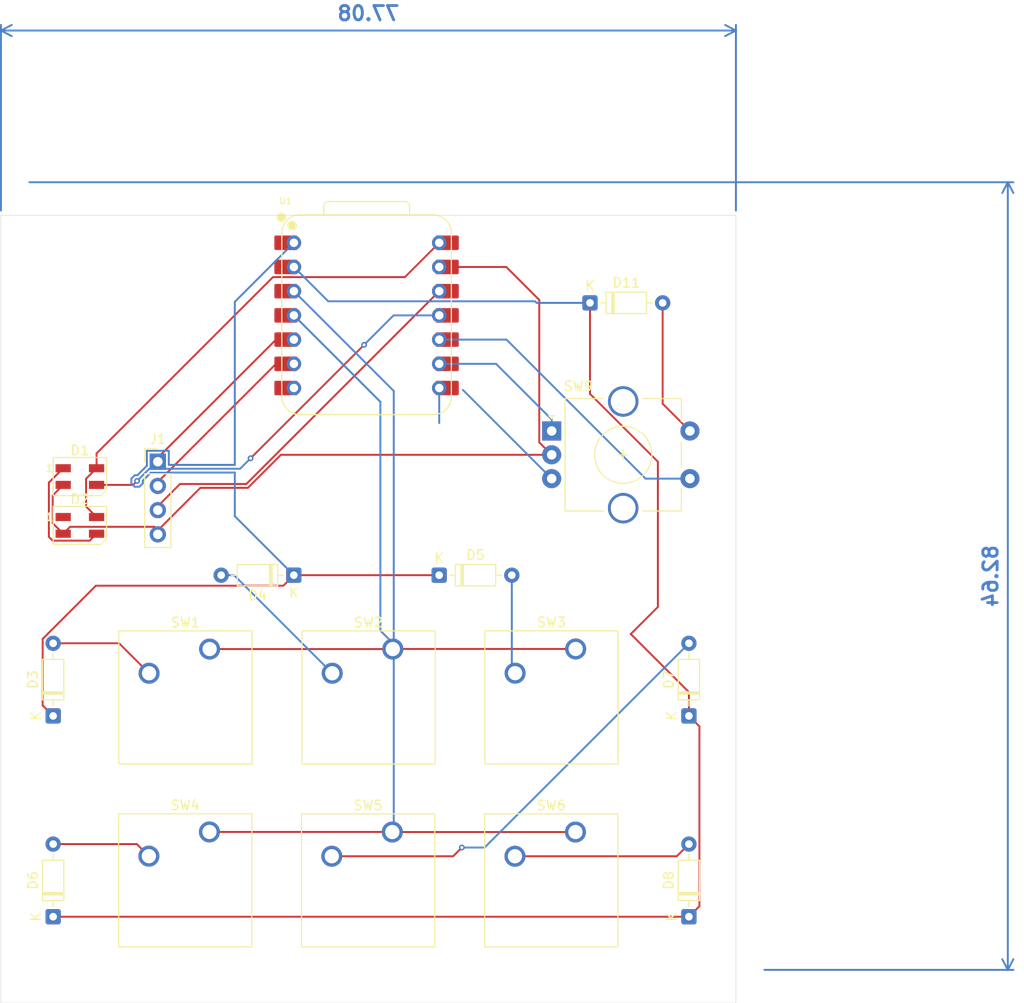
<source format=kicad_pcb>
(kicad_pcb (version 20241229) (generator "pcbnew") (generator_version "9.0")
  (layers (0 "F.Cu" signal) (2 "B.Cu" signal) (13 "F.Paste" user) (15 "B.Paste" user) (5 "F.SilkS" user "F.Silkscreen") (7 "B.SilkS" user "B.Silkscreen") (1 "F.Mask" user) (3 "B.Mask" user) (25 "Edge.Cuts" user))
  (net 0 "")
  (net 1 "Net-(D1-DIN)")
  (net 2 "Net-(D1-DOUT)")
  (net 3 "Net-(D1-VDD)")
  (net 4 "GND")
  (net 6 "Net-(D3-A)")
  (net 7 "Net-(D3-K)")
  (net 8 "Net-(D4-A)")
  (net 9 "Net-(D5-A)")
  (net 10 "Net-(D6-A)")
  (net 11 "Net-(D7-A)")
  (net 12 "Net-(D8-A)")
  (net 13 "Net-(D11-A)")
  (net 14 "Net-(J1-Pin_3)")
  (net 15 "Net-(J1-Pin_1)")
  (net 16 "Net-(J1-Pin_2)")
  (net 17 "Net-(U1-GPIO28{slash}ADC2{slash}A2)")
  (net 18 "Net-(U1-GPIO29{slash}ADC3{slash}A3)")
  (net 19 "Net-(U1-GPIO4{slash}MISO)")
  (net 20 "Net-(U1-GPIO1{slash}RX)")
  (net 21 "Net-(U1-GPIO2{slash}SCK)")
  (net 24 "Net-(D11-K)")
  (footprint "Diode_THT:D_DO-35_SOD27_P7.62mm_Horizontal" (layer "F.Cu") (at 116.68125 112.395 90)
    (property "Reference" "D3" (at 3.81 -2.12 90) (layer "F.SilkS"))
    (property "Value" "D")
    (fp_line (start 2.53 -1.12) (end 2.53 1.12) (stroke (width 0.12)) (layer "F.SilkS"))
    (fp_line (start 2.41 -1.12) (end 2.41 1.12) (stroke (width 0.12)) (layer "F.SilkS"))
    (fp_line (start 2.29 -1.12) (end 2.29 1.12) (stroke (width 0.12)) (layer "F.SilkS"))
    (fp_line (start 6.58 0) (end 5.93 0) (stroke (width 0.12)) (layer "F.SilkS"))
    (fp_line (start 1.04 0) (end 1.69 0) (stroke (width 0.12)) (layer "F.SilkS"))
    (fp_rect (start 1.69 -1.12) (end 5.93 1.12) (stroke (width 0.12)) (fill no) (layer "F.SilkS"))
    (fp_text user "K" (at 0 -1.8 90) (layer "F.SilkS"))
    (pad "1" thru_hole roundrect (at 0 0 90) (size 1.6 1.6) (drill 0.8) (layers "*.Cu" "*.Mask") (roundrect_rratio 0.15625) (net 7 "Net-(D3-K)"))
    (pad "2" thru_hole circle (at 7.62 0 90) (size 1.6 1.6) (drill 0.8) (layers "*.Cu" "*.Mask") (net 6 "Net-(D3-A)"))
  )
  (footprint "Diode_THT:D_DO-35_SOD27_P7.62mm_Horizontal" (layer "F.Cu") (at 116.68125 133.465 90)
    (property "Reference" "D6" (at 3.81 -2.12 90) (layer "F.SilkS"))
    (property "Value" "D")
    (fp_line (start 2.53 -1.12) (end 2.53 1.12) (stroke (width 0.12)) (layer "F.SilkS"))
    (fp_line (start 2.41 -1.12) (end 2.41 1.12) (stroke (width 0.12)) (layer "F.SilkS"))
    (fp_line (start 2.29 -1.12) (end 2.29 1.12) (stroke (width 0.12)) (layer "F.SilkS"))
    (fp_line (start 6.58 0) (end 5.93 0) (stroke (width 0.12)) (layer "F.SilkS"))
    (fp_line (start 1.04 0) (end 1.69 0) (stroke (width 0.12)) (layer "F.SilkS"))
    (fp_rect (start 1.69 -1.12) (end 5.93 1.12) (stroke (width 0.12)) (fill no) (layer "F.SilkS"))
    (fp_text user "K" (at 0 -1.8 90) (layer "F.SilkS"))
    (pad "1" thru_hole roundrect (at 0 0 90) (size 1.6 1.6) (drill 0.8) (layers "*.Cu" "*.Mask") (roundrect_rratio 0.15625) (net 24 "Net-(D11-K)"))
    (pad "2" thru_hole circle (at 7.62 0 90) (size 1.6 1.6) (drill 0.8) (layers "*.Cu" "*.Mask") (net 10 "Net-(D6-A)"))
  )
  (footprint "Diode_THT:D_DO-35_SOD27_P7.62mm_Horizontal" (layer "F.Cu") (at 141.9225 97.63125 180)
    (property "Reference" "D4" (at 3.81 -2.12 0) (layer "F.SilkS"))
    (property "Value" "D")
    (fp_line (start 6.58 0) (end 5.93 0) (stroke (width 0.12)) (layer "F.SilkS"))
    (fp_line (start 2.53 -1.12) (end 2.53 1.12) (stroke (width 0.12)) (layer "F.SilkS"))
    (fp_line (start 2.41 -1.12) (end 2.41 1.12) (stroke (width 0.12)) (layer "F.SilkS"))
    (fp_line (start 2.29 -1.12) (end 2.29 1.12) (stroke (width 0.12)) (layer "F.SilkS"))
    (fp_line (start 1.04 0) (end 1.69 0) (stroke (width 0.12)) (layer "F.SilkS"))
    (fp_rect (start 1.69 -1.12) (end 5.93 1.12) (stroke (width 0.12)) (fill no) (layer "F.SilkS"))
    (fp_text user "K" (at 0 -1.8 0) (layer "F.SilkS"))
    (pad "1" thru_hole roundrect (at 0 0 180) (size 1.6 1.6) (drill 0.8) (layers "*.Cu" "*.Mask") (roundrect_rratio 0.15625) (net 7 "Net-(D3-K)"))
    (pad "2" thru_hole circle (at 7.62 0 180) (size 1.6 1.6) (drill 0.8) (layers "*.Cu" "*.Mask") (net 8 "Net-(D4-A)"))
  )
  (footprint "Button_Switch_Keyboard:SW_Cherry_MX_1.00u_PCB" (layer "F.Cu") (at 133.09125 105.38)
    (property "Reference" "SW1" (at -2.54 -2.794 0) (layer "F.SilkS"))
    (property "Value" "Keyswitch")
    (fp_line (start -9.525 -1.905) (end 4.445 -1.905) (stroke (width 0.12)) (layer "F.SilkS"))
    (fp_line (start -9.525 12.065) (end -9.525 -1.905) (stroke (width 0.12)) (layer "F.SilkS"))
    (fp_line (start 4.445 -1.905) (end 4.445 12.065) (stroke (width 0.12)) (layer "F.SilkS"))
    (fp_line (start 4.445 12.065) (end -9.525 12.065) (stroke (width 0.12)) (layer "F.SilkS"))
    (pad "" np_thru_hole circle (at -7.62 5.08) (size 1.7 1.7) (drill 1.7) (layers "*.Cu" "*.Mask"))
    (pad "" np_thru_hole circle (at -2.54 5.08) (size 4 4) (drill 4) (layers "*.Cu" "*.Mask"))
    (pad "" np_thru_hole circle (at 2.54 5.08) (size 1.7 1.7) (drill 1.7) (layers "*.Cu" "*.Mask"))
    (pad "1" thru_hole circle (at 0 0) (size 2.2 2.2) (drill 1.5) (layers "*.Cu" "*.Mask") (net 17 "Net-(U1-GPIO28{slash}ADC2{slash}A2)"))
    (pad "2" thru_hole circle (at -6.35 2.54) (size 2.2 2.2) (drill 1.5) (layers "*.Cu" "*.Mask") (net 6 "Net-(D3-A)"))
  )
  (footprint "Button_Switch_Keyboard:SW_Cherry_MX_1.00u_PCB" (layer "F.Cu") (at 133.07 124.57)
    (property "Reference" "SW4" (at -2.54 -2.794 0) (layer "F.SilkS"))
    (property "Value" "Keyswitch")
    (fp_line (start -9.525 -1.905) (end 4.445 -1.905) (stroke (width 0.12)) (layer "F.SilkS"))
    (fp_line (start -9.525 12.065) (end -9.525 -1.905) (stroke (width 0.12)) (layer "F.SilkS"))
    (fp_line (start 4.445 -1.905) (end 4.445 12.065) (stroke (width 0.12)) (layer "F.SilkS"))
    (fp_line (start 4.445 12.065) (end -9.525 12.065) (stroke (width 0.12)) (layer "F.SilkS"))
    (pad "" np_thru_hole circle (at -7.62 5.08) (size 1.7 1.7) (drill 1.7) (layers "*.Cu" "*.Mask"))
    (pad "" np_thru_hole circle (at -2.54 5.08) (size 4 4) (drill 4) (layers "*.Cu" "*.Mask"))
    (pad "" np_thru_hole circle (at 2.54 5.08) (size 1.7 1.7) (drill 1.7) (layers "*.Cu" "*.Mask"))
    (pad "1" thru_hole circle (at 0 0) (size 2.2 2.2) (drill 1.5) (layers "*.Cu" "*.Mask") (net 18 "Net-(U1-GPIO29{slash}ADC3{slash}A3)"))
    (pad "2" thru_hole circle (at -6.35 2.54) (size 2.2 2.2) (drill 1.5) (layers "*.Cu" "*.Mask") (net 10 "Net-(D6-A)"))
  )
  (footprint "Diode_THT:D_DO-35_SOD27_P7.62mm_Horizontal" (layer "F.Cu") (at 172.98125 69.05625)
    (property "Reference" "D11" (at 3.81 -2.12 0) (layer "F.SilkS"))
    (property "Value" "D")
    (fp_line (start 1.04 0) (end 1.69 0) (stroke (width 0.12)) (layer "F.SilkS"))
    (fp_line (start 2.29 -1.12) (end 2.29 1.12) (stroke (width 0.12)) (layer "F.SilkS"))
    (fp_line (start 2.41 -1.12) (end 2.41 1.12) (stroke (width 0.12)) (layer "F.SilkS"))
    (fp_line (start 2.53 -1.12) (end 2.53 1.12) (stroke (width 0.12)) (layer "F.SilkS"))
    (fp_line (start 6.58 0) (end 5.93 0) (stroke (width 0.12)) (layer "F.SilkS"))
    (fp_rect (start 1.69 -1.12) (end 5.93 1.12) (stroke (width 0.12)) (fill no) (layer "F.SilkS"))
    (fp_text user "K" (at 0 -1.8 0) (layer "F.SilkS"))
    (pad "1" thru_hole roundrect (at 0 0) (size 1.6 1.6) (drill 0.8) (layers "*.Cu" "*.Mask") (roundrect_rratio 0.15625) (net 24 "Net-(D11-K)"))
    (pad "2" thru_hole circle (at 7.62 0) (size 1.6 1.6) (drill 0.8) (layers "*.Cu" "*.Mask") (net 13 "Net-(D11-A)"))
  )
  (footprint "Diode_THT:D_DO-35_SOD27_P7.62mm_Horizontal" (layer "F.Cu") (at 157.1625 97.63125)
    (property "Reference" "D5" (at 3.81 -2.12 0) (layer "F.SilkS"))
    (property "Value" "D")
    (fp_line (start 1.04 0) (end 1.69 0) (stroke (width 0.12)) (layer "F.SilkS"))
    (fp_line (start 2.29 -1.12) (end 2.29 1.12) (stroke (width 0.12)) (layer "F.SilkS"))
    (fp_line (start 2.41 -1.12) (end 2.41 1.12) (stroke (width 0.12)) (layer "F.SilkS"))
    (fp_line (start 2.53 -1.12) (end 2.53 1.12) (stroke (width 0.12)) (layer "F.SilkS"))
    (fp_line (start 6.58 0) (end 5.93 0) (stroke (width 0.12)) (layer "F.SilkS"))
    (fp_rect (start 1.69 -1.12) (end 5.93 1.12) (stroke (width 0.12)) (fill no) (layer "F.SilkS"))
    (fp_text user "K" (at 0 -1.8 0) (layer "F.SilkS"))
    (pad "1" thru_hole roundrect (at 0 0) (size 1.6 1.6) (drill 0.8) (layers "*.Cu" "*.Mask") (roundrect_rratio 0.15625) (net 7 "Net-(D3-K)"))
    (pad "2" thru_hole circle (at 7.62 0) (size 1.6 1.6) (drill 0.8) (layers "*.Cu" "*.Mask") (net 9 "Net-(D5-A)"))
  )
  (footprint "OPLLib:XIAO-RP2040-DIP" (layer "F.Cu") (at 149.55 70.37)
    (property "Reference" "U1" (at -8.5 -12 0) (layer "F.SilkS") (effects (font (size 0.635 0.635) (thickness 0.1016))))
    (property "Value" "Microcontroller")
    (fp_line (start -8.89 8.509) (end -8.89 -8.636) (stroke (width 0.127)) (layer "F.SilkS"))
    (fp_line (start -6.985 10.414) (end 6.985 10.414) (stroke (width 0.127)) (layer "F.SilkS"))
    (fp_line (start -4.495 -10.541) (end -4.491272 -11.451272) (stroke (width 0.127)) (layer "F.SilkS"))
    (fp_line (start -3.991272 -11.951) (end 4.004 -11.951) (stroke (width 0.127)) (layer "F.SilkS"))
    (fp_line (start 4.504 -11.451) (end 4.504 -10.541) (stroke (width 0.127)) (layer "F.SilkS"))
    (fp_line (start 6.985 -10.541) (end -6.985 -10.541) (stroke (width 0.1)) (layer "F.SilkS"))
    (fp_line (start 6.985 -10.541) (end -6.985 -10.541) (stroke (width 0.127)) (layer "F.SilkS"))
    (fp_line (start 8.89 8.509) (end 8.89 -8.636) (stroke (width 0.127)) (layer "F.SilkS"))
    (fp_arc (start -8.89 -8.636) (mid -8.332038 -9.983038) (end -6.985 -10.541) (stroke (width 0.127)) (layer "F.SilkS"))
    (fp_arc (start -6.985 10.414) (mid -8.332038 9.856038) (end -8.89 8.509) (stroke (width 0.127)) (layer "F.SilkS"))
    (fp_arc (start -4.491272 -11.451272) (mid -4.344728 -11.80464) (end -3.991272 -11.951) (stroke (width 0.127)) (layer "F.SilkS"))
    (fp_arc (start 4.004 -11.951) (mid 4.357553 -11.804553) (end 4.504 -11.451) (stroke (width 0.127)) (layer "F.SilkS"))
    (fp_arc (start 6.985 -10.541) (mid 8.332038 -9.983038) (end 8.89 -8.636) (stroke (width 0.127)) (layer "F.SilkS"))
    (fp_arc (start 8.89 8.509) (mid 8.332038 9.856038) (end 6.985 10.414) (stroke (width 0.127)) (layer "F.SilkS"))
    (fp_circle (center -8.95 -10.3) (end -8.95 -10.554) (stroke (width 0.5)) (fill yes) (layer "F.SilkS"))
    (fp_circle (center -7.807 -9.42) (end -7.807 -9.674) (stroke (width 0.5)) (fill yes) (layer "F.SilkS"))
    (pad "1" smd roundrect (at -8.455 -7.62 180) (size 2.432 1.524) (layers "F.Cu" "F.Mask") (roundrect_rratio 0.1) (net 7 "Net-(D3-K)"))
    (pad "1" thru_hole circle (at -7.62 -7.62 180) (size 1.524 1.524) (drill 0.889) (layers "*.Cu" "*.Mask") (net 7 "Net-(D3-K)"))
    (pad "2" smd roundrect (at -8.455 -5.08 180) (size 2.432 1.524) (layers "F.Cu" "F.Mask") (roundrect_rratio 0.1) (net 24 "Net-(D11-K)"))
    (pad "2" thru_hole circle (at -7.62 -5.08 180) (size 1.524 1.524) (drill 0.889) (layers "*.Cu" "*.Mask") (net 24 "Net-(D11-K)"))
    (pad "3" smd roundrect (at -8.455 -2.54 180) (size 2.432 1.524) (layers "F.Cu" "F.Mask") (roundrect_rratio 0.1) (net 17 "Net-(U1-GPIO28{slash}ADC2{slash}A2)"))
    (pad "3" thru_hole circle (at -7.62 -2.54 180) (size 1.524 1.524) (drill 0.889) (layers "*.Cu" "*.Mask") (net 17 "Net-(U1-GPIO28{slash}ADC2{slash}A2)"))
    (pad "4" smd roundrect (at -8.455 0 180) (size 2.432 1.524) (layers "F.Cu" "F.Mask") (roundrect_rratio 0.1) (net 18 "Net-(U1-GPIO29{slash}ADC3{slash}A3)"))
    (pad "4" thru_hole circle (at -7.62 0 180) (size 1.524 1.524) (drill 0.889) (layers "*.Cu" "*.Mask") (net 18 "Net-(U1-GPIO29{slash}ADC3{slash}A3)"))
    (pad "5" smd roundrect (at -8.455 2.54 180) (size 2.432 1.524) (layers "F.Cu" "F.Mask") (roundrect_rratio 0.1) (net 15 "Net-(J1-Pin_1)"))
    (pad "5" thru_hole circle (at -7.62 2.54 180) (size 1.524 1.524) (drill 0.889) (layers "*.Cu" "*.Mask") (net 15 "Net-(J1-Pin_1)"))
    (pad "6" smd roundrect (at -8.455 5.08 180) (size 2.432 1.524) (layers "F.Cu" "F.Mask") (roundrect_rratio 0.1) (net 16 "Net-(J1-Pin_2)"))
    (pad "6" thru_hole circle (at -7.62 5.08 180) (size 1.524 1.524) (drill 0.889) (layers "*.Cu" "*.Mask") (net 16 "Net-(J1-Pin_2)"))
    (pad "7" smd roundrect (at -8.455 7.62 180) (size 2.432 1.524) (layers "F.Cu" "F.Mask") (roundrect_rratio 0.1))
    (pad "7" thru_hole circle (at -7.62 7.62 180) (size 1.524 1.524) (drill 0.889) (layers "*.Cu" "*.Mask"))
    (pad "8" thru_hole circle (at 7.62 7.62) (size 1.524 1.524) (drill 0.889) (layers "*.Cu" "*.Mask") (net 20 "Net-(U1-GPIO1{slash}RX)"))
    (pad "8" smd roundrect (at 8.455 7.62) (size 2.432 1.524) (layers "F.Cu" "F.Mask") (roundrect_rratio 0.1) (net 20 "Net-(U1-GPIO1{slash}RX)"))
    (pad "9" thru_hole circle (at 7.62 5.08) (size 1.524 1.524) (drill 0.889) (layers "*.Cu" "*.Mask") (net 21 "Net-(U1-GPIO2{slash}SCK)"))
    (pad "9" smd roundrect (at 8.455 5.08) (size 2.432 1.524) (layers "F.Cu" "F.Mask") (roundrect_rratio 0.1) (net 21 "Net-(U1-GPIO2{slash}SCK)"))
    (pad "10" thru_hole circle (at 7.62 2.54) (size 1.524 1.524) (drill 0.889) (layers "*.Cu" "*.Mask") (net 19 "Net-(U1-GPIO4{slash}MISO)"))
    (pad "10" smd roundrect (at 8.455 2.54) (size 2.432 1.524) (layers "F.Cu" "F.Mask") (roundrect_rratio 0.1) (net 19 "Net-(U1-GPIO4{slash}MISO)"))
    (pad "11" thru_hole circle (at 7.62 0) (size 1.524 1.524) (drill 0.889) (layers "*.Cu" "*.Mask") (net 1 "Net-(D1-DIN)"))
    (pad "11" smd roundrect (at 8.455 0) (size 2.432 1.524) (layers "F.Cu" "F.Mask") (roundrect_rratio 0.1) (net 1 "Net-(D1-DIN)"))
    (pad "12" thru_hole circle (at 7.62 -2.54) (size 1.524 1.524) (drill 0.889) (layers "*.Cu" "*.Mask") (net 14 "Net-(J1-Pin_3)"))
    (pad "12" smd roundrect (at 8.455 -2.54) (size 2.432 1.524) (layers "F.Cu" "F.Mask") (roundrect_rratio 0.1) (net 14 "Net-(J1-Pin_3)"))
    (pad "13" thru_hole circle (at 7.62 -5.08) (size 1.524 1.524) (drill 0.889) (layers "*.Cu" "*.Mask") (net 4 "GND"))
    (pad "13" smd roundrect (at 8.455 -5.08) (size 2.432 1.524) (layers "F.Cu" "F.Mask") (roundrect_rratio 0.1) (net 4 "GND"))
    (pad "14" thru_hole circle (at 7.62 -7.62) (size 1.524 1.524) (drill 0.889) (layers "*.Cu" "*.Mask") (net 3 "Net-(D1-VDD)"))
    (pad "14" smd roundrect (at 8.455 -7.62) (size 2.432 1.524) (layers "F.Cu" "F.Mask") (roundrect_rratio 0.1) (net 3 "Net-(D1-VDD)"))
  )
  (footprint "Button_Switch_Keyboard:SW_Cherry_MX_1.00u_PCB" (layer "F.Cu") (at 152.3 105.38)
    (property "Reference" "SW2" (at -2.54 -2.794 0) (layer "F.SilkS"))
    (property "Value" "Keyswitch")
    (fp_line (start -9.525 -1.905) (end 4.445 -1.905) (stroke (width 0.12)) (layer "F.SilkS"))
    (fp_line (start -9.525 12.065) (end -9.525 -1.905) (stroke (width 0.12)) (layer "F.SilkS"))
    (fp_line (start 4.445 -1.905) (end 4.445 12.065) (stroke (width 0.12)) (layer "F.SilkS"))
    (fp_line (start 4.445 12.065) (end -9.525 12.065) (stroke (width 0.12)) (layer "F.SilkS"))
    (pad "" np_thru_hole circle (at -7.62 5.08) (size 1.7 1.7) (drill 1.7) (layers "*.Cu" "*.Mask"))
    (pad "" np_thru_hole circle (at -2.54 5.08) (size 4 4) (drill 4) (layers "*.Cu" "*.Mask"))
    (pad "" np_thru_hole circle (at 2.54 5.08) (size 1.7 1.7) (drill 1.7) (layers "*.Cu" "*.Mask"))
    (pad "1" thru_hole circle (at 0 0) (size 2.2 2.2) (drill 1.5) (layers "*.Cu" "*.Mask") (net 17 "Net-(U1-GPIO28{slash}ADC2{slash}A2)"))
    (pad "2" thru_hole circle (at -6.35 2.54) (size 2.2 2.2) (drill 1.5) (layers "*.Cu" "*.Mask") (net 8 "Net-(D4-A)"))
  )
  (footprint "Button_Switch_Keyboard:SW_Cherry_MX_1.00u_PCB" (layer "F.Cu") (at 171.48 105.37)
    (property "Reference" "SW3" (at -2.54 -2.794 0) (layer "F.SilkS"))
    (property "Value" "Keyswitch")
    (fp_line (start -9.525 -1.905) (end 4.445 -1.905) (stroke (width 0.12)) (layer "F.SilkS"))
    (fp_line (start -9.525 12.065) (end -9.525 -1.905) (stroke (width 0.12)) (layer "F.SilkS"))
    (fp_line (start 4.445 -1.905) (end 4.445 12.065) (stroke (width 0.12)) (layer "F.SilkS"))
    (fp_line (start 4.445 12.065) (end -9.525 12.065) (stroke (width 0.12)) (layer "F.SilkS"))
    (pad "" np_thru_hole circle (at -7.62 5.08) (size 1.7 1.7) (drill 1.7) (layers "*.Cu" "*.Mask"))
    (pad "" np_thru_hole circle (at -2.54 5.08) (size 4 4) (drill 4) (layers "*.Cu" "*.Mask"))
    (pad "" np_thru_hole circle (at 2.54 5.08) (size 1.7 1.7) (drill 1.7) (layers "*.Cu" "*.Mask"))
    (pad "1" thru_hole circle (at 0 0) (size 2.2 2.2) (drill 1.5) (layers "*.Cu" "*.Mask") (net 17 "Net-(U1-GPIO28{slash}ADC2{slash}A2)"))
    (pad "2" thru_hole circle (at -6.35 2.54) (size 2.2 2.2) (drill 1.5) (layers "*.Cu" "*.Mask") (net 9 "Net-(D5-A)"))
  )
  (footprint "Diode_THT:D_DO-35_SOD27_P7.62mm_Horizontal" (layer "F.Cu") (at 183.35625 133.465 90)
    (property "Reference" "D8" (at 3.81 -2.12 90) (layer "F.SilkS"))
    (property "Value" "D")
    (fp_line (start 2.53 -1.12) (end 2.53 1.12) (stroke (width 0.12)) (layer "F.SilkS"))
    (fp_line (start 2.41 -1.12) (end 2.41 1.12) (stroke (width 0.12)) (layer "F.SilkS"))
    (fp_line (start 2.29 -1.12) (end 2.29 1.12) (stroke (width 0.12)) (layer "F.SilkS"))
    (fp_line (start 6.58 0) (end 5.93 0) (stroke (width 0.12)) (layer "F.SilkS"))
    (fp_line (start 1.04 0) (end 1.69 0) (stroke (width 0.12)) (layer "F.SilkS"))
    (fp_rect (start 1.69 -1.12) (end 5.93 1.12) (stroke (width 0.12)) (fill no) (layer "F.SilkS"))
    (fp_text user "K" (at 0 -1.8 90) (layer "F.SilkS"))
    (pad "1" thru_hole roundrect (at 0 0 90) (size 1.6 1.6) (drill 0.8) (layers "*.Cu" "*.Mask") (roundrect_rratio 0.15625) (net 24 "Net-(D11-K)"))
    (pad "2" thru_hole circle (at 7.62 0 90) (size 1.6 1.6) (drill 0.8) (layers "*.Cu" "*.Mask") (net 12 "Net-(D8-A)"))
  )
  (footprint "Rotary_Encoder:RotaryEncoder_Alps_EC11E-Switch_Vertical_H20mm_CircularMountingHoles" (layer "F.Cu") (at 168.9625 82.49808)
    (property "Reference" "SW9" (at 2.8 -4.7 0) (layer "F.SilkS"))
    (property "Value" "Knob")
    (fp_line (start -0.3 -1.6) (end 0.3 -1.6) (stroke (width 0.12)) (layer "F.SilkS"))
    (fp_line (start 0 -1.3) (end -0.3 -1.6) (stroke (width 0.12)) (layer "F.SilkS"))
    (fp_line (start 0.3 -1.6) (end 0 -1.3) (stroke (width 0.12)) (layer "F.SilkS"))
    (fp_line (start 1.4 -3.4) (end 1.4 8.4) (stroke (width 0.12)) (layer "F.SilkS"))
    (fp_line (start 5.5 -3.4) (end 1.4 -3.4) (stroke (width 0.12)) (layer "F.SilkS"))
    (fp_line (start 5.5 8.4) (end 1.4 8.4) (stroke (width 0.12)) (layer "F.SilkS"))
    (fp_line (start 7 2.5) (end 8 2.5) (stroke (width 0.12)) (layer "F.SilkS"))
    (fp_line (start 7.5 2) (end 7.5 3) (stroke (width 0.12)) (layer "F.SilkS"))
    (fp_line (start 9.5 -3.4) (end 13.6 -3.4) (stroke (width 0.12)) (layer "F.SilkS"))
    (fp_line (start 13.6 -3.4) (end 13.6 -1) (stroke (width 0.12)) (layer "F.SilkS"))
    (fp_line (start 13.6 1.2) (end 13.6 3.8) (stroke (width 0.12)) (layer "F.SilkS"))
    (fp_line (start 13.6 6) (end 13.6 8.4) (stroke (width 0.12)) (layer "F.SilkS"))
    (fp_line (start 13.6 8.4) (end 9.5 8.4) (stroke (width 0.12)) (layer "F.SilkS"))
    (fp_circle (center 7.5 2.5) (end 10.5 2.5) (stroke (width 0.12)) (fill no) (layer "F.SilkS"))
    (pad "A" thru_hole rect (at 0 0) (size 2 2) (drill 1) (layers "*.Cu" "*.Mask") (net 21 "Net-(U1-GPIO2{slash}SCK)"))
    (pad "B" thru_hole circle (at 0 5) (size 2 2) (drill 1) (layers "*.Cu" "*.Mask") (net 20 "Net-(U1-GPIO1{slash}RX)"))
    (pad "C" thru_hole circle (at 0 2.5) (size 2 2) (drill 1) (layers "*.Cu" "*.Mask") (net 4 "GND"))
    (pad "MP" thru_hole circle (at 7.5 -3.1) (size 3.2 3.2) (drill 2.6) (layers "*.Cu" "*.Mask"))
    (pad "MP" thru_hole circle (at 7.5 8.1) (size 3.2 3.2) (drill 2.6) (layers "*.Cu" "*.Mask"))
    (pad "S1" thru_hole circle (at 14.5 5) (size 2 2) (drill 1) (layers "*.Cu" "*.Mask") (net 19 "Net-(U1-GPIO4{slash}MISO)"))
    (pad "S2" thru_hole circle (at 14.5 0) (size 2 2) (drill 1) (layers "*.Cu" "*.Mask") (net 13 "Net-(D11-A)"))
  )
  (footprint "LED_SMD:LED_SK6812MINI_PLCC4_3.5x3.5mm_P1.75mm" (layer "F.Cu") (at 119.48375 92.4025)
    (property "Reference" "D2" (at 0 -2.75 0) (layer "F.SilkS"))
    (property "Value" "LED")
    (fp_line (start -2.8 -2) (end -2.8 2) (stroke (width 0.12)) (layer "F.SilkS"))
    (fp_line (start -2.8 -2) (end 2.8 -2) (stroke (width 0.12)) (layer "F.SilkS"))
    (fp_line (start -2.8 2) (end 2.2 2) (stroke (width 0.12)) (layer "F.SilkS"))
    (fp_line (start 2.8 1.4) (end 2.2 2) (stroke (width 0.12)) (layer "F.SilkS"))
    (fp_line (start 2.8 1.4) (end 2.8 -2) (stroke (width 0.12)) (layer "F.SilkS"))
    (fp_text user "1" (at -3.2 -0.875 0) (layer "F.SilkS") (effects (font (size 0.8 0.8))))
    (pad "1" smd rect (at -1.75 -0.875) (size 1.6 0.85) (layers "F.Cu" "F.Mask" "F.Paste"))
    (pad "2" smd rect (at -1.75 0.875) (size 1.6 0.85) (layers "F.Cu" "F.Mask" "F.Paste") (net 4 "GND"))
    (pad "3" smd rect (at 1.75 0.875) (size 1.6 0.85) (layers "F.Cu" "F.Mask" "F.Paste") (net 2 "Net-(D1-DOUT)"))
    (pad "4" smd rect (at 1.75 -0.875) (size 1.6 0.85) (layers "F.Cu" "F.Mask" "F.Paste") (net 3 "Net-(D1-VDD)"))
  )
  (footprint "Button_Switch_Keyboard:SW_Cherry_MX_1.00u_PCB" (layer "F.Cu") (at 171.46 124.58)
    (property "Reference" "SW6" (at -2.54 -2.794 0) (layer "F.SilkS"))
    (property "Value" "Keyswitch")
    (fp_line (start -9.525 -1.905) (end 4.445 -1.905) (stroke (width 0.12)) (layer "F.SilkS"))
    (fp_line (start -9.525 12.065) (end -9.525 -1.905) (stroke (width 0.12)) (layer "F.SilkS"))
    (fp_line (start 4.445 -1.905) (end 4.445 12.065) (stroke (width 0.12)) (layer "F.SilkS"))
    (fp_line (start 4.445 12.065) (end -9.525 12.065) (stroke (width 0.12)) (layer "F.SilkS"))
    (pad "" np_thru_hole circle (at -7.62 5.08) (size 1.7 1.7) (drill 1.7) (layers "*.Cu" "*.Mask"))
    (pad "" np_thru_hole circle (at -2.54 5.08) (size 4 4) (drill 4) (layers "*.Cu" "*.Mask"))
    (pad "" np_thru_hole circle (at 2.54 5.08) (size 1.7 1.7) (drill 1.7) (layers "*.Cu" "*.Mask"))
    (pad "1" thru_hole circle (at 0 0) (size 2.2 2.2) (drill 1.5) (layers "*.Cu" "*.Mask") (net 18 "Net-(U1-GPIO29{slash}ADC3{slash}A3)"))
    (pad "2" thru_hole circle (at -6.35 2.54) (size 2.2 2.2) (drill 1.5) (layers "*.Cu" "*.Mask") (net 12 "Net-(D8-A)"))
  )
  (footprint "Diode_THT:D_DO-35_SOD27_P7.62mm_Horizontal" (layer "F.Cu") (at 183.35625 112.395 90)
    (property "Reference" "D7" (at 3.81 -2.12 90) (layer "F.SilkS"))
    (property "Value" "D")
    (fp_line (start 2.53 -1.12) (end 2.53 1.12) (stroke (width 0.12)) (layer "F.SilkS"))
    (fp_line (start 2.41 -1.12) (end 2.41 1.12) (stroke (width 0.12)) (layer "F.SilkS"))
    (fp_line (start 2.29 -1.12) (end 2.29 1.12) (stroke (width 0.12)) (layer "F.SilkS"))
    (fp_line (start 6.58 0) (end 5.93 0) (stroke (width 0.12)) (layer "F.SilkS"))
    (fp_line (start 1.04 0) (end 1.69 0) (stroke (width 0.12)) (layer "F.SilkS"))
    (fp_rect (start 1.69 -1.12) (end 5.93 1.12) (stroke (width 0.12)) (fill no) (layer "F.SilkS"))
    (fp_text user "K" (at 0 -1.8 90) (layer "F.SilkS"))
    (pad "1" thru_hole roundrect (at 0 0 90) (size 1.6 1.6) (drill 0.8) (layers "*.Cu" "*.Mask") (roundrect_rratio 0.15625) (net 24 "Net-(D11-K)"))
    (pad "2" thru_hole circle (at 7.62 0 90) (size 1.6 1.6) (drill 0.8) (layers "*.Cu" "*.Mask") (net 11 "Net-(D7-A)"))
  )
  (footprint "LED_SMD:LED_SK6812MINI_PLCC4_3.5x3.5mm_P1.75mm" (layer "F.Cu") (at 119.48375 87.2825)
    (property "Reference" "D1" (at 0 -2.75 0) (layer "F.SilkS"))
    (property "Value" "LED")
    (fp_line (start -2.8 -2) (end -2.8 2) (stroke (width 0.12)) (layer "F.SilkS"))
    (fp_line (start -2.8 -2) (end 2.8 -2) (stroke (width 0.12)) (layer "F.SilkS"))
    (fp_line (start -2.8 2) (end 2.2 2) (stroke (width 0.12)) (layer "F.SilkS"))
    (fp_line (start 2.8 1.4) (end 2.2 2) (stroke (width 0.12)) (layer "F.SilkS"))
    (fp_line (start 2.8 1.4) (end 2.8 -2) (stroke (width 0.12)) (layer "F.SilkS"))
    (fp_text user "1" (at -3.2 -0.875 0) (layer "F.SilkS") (effects (font (size 0.8 0.8))))
    (pad "1" smd rect (at -1.75 -0.875) (size 1.6 0.85) (layers "F.Cu" "F.Mask" "F.Paste") (net 2 "Net-(D1-DOUT)"))
    (pad "2" smd rect (at -1.75 0.875) (size 1.6 0.85) (layers "F.Cu" "F.Mask" "F.Paste") (net 4 "GND"))
    (pad "3" smd rect (at 1.75 0.875) (size 1.6 0.85) (layers "F.Cu" "F.Mask" "F.Paste") (net 1 "Net-(D1-DIN)"))
    (pad "4" smd rect (at 1.75 -0.875) (size 1.6 0.85) (layers "F.Cu" "F.Mask" "F.Paste") (net 3 "Net-(D1-VDD)"))
  )
  (footprint "Button_Switch_Keyboard:SW_Cherry_MX_1.00u_PCB" (layer "F.Cu") (at 152.25 124.58)
    (property "Reference" "SW5" (at -2.54 -2.794 0) (layer "F.SilkS"))
    (property "Value" "Keyswitch")
    (fp_line (start -9.525 -1.905) (end 4.445 -1.905) (stroke (width 0.12)) (layer "F.SilkS"))
    (fp_line (start -9.525 12.065) (end -9.525 -1.905) (stroke (width 0.12)) (layer "F.SilkS"))
    (fp_line (start 4.445 -1.905) (end 4.445 12.065) (stroke (width 0.12)) (layer "F.SilkS"))
    (fp_line (start 4.445 12.065) (end -9.525 12.065) (stroke (width 0.12)) (layer "F.SilkS"))
    (pad "" np_thru_hole circle (at -7.62 5.08) (size 1.7 1.7) (drill 1.7) (layers "*.Cu" "*.Mask"))
    (pad "" np_thru_hole circle (at -2.54 5.08) (size 4 4) (drill 4) (layers "*.Cu" "*.Mask"))
    (pad "" np_thru_hole circle (at 2.54 5.08) (size 1.7 1.7) (drill 1.7) (layers "*.Cu" "*.Mask"))
    (pad "1" thru_hole circle (at 0 0) (size 2.2 2.2) (drill 1.5) (layers "*.Cu" "*.Mask") (net 18 "Net-(U1-GPIO29{slash}ADC3{slash}A3)"))
    (pad "2" thru_hole circle (at -6.35 2.54) (size 2.2 2.2) (drill 1.5) (layers "*.Cu" "*.Mask") (net 11 "Net-(D7-A)"))
  )
  (footprint "Connector_PinHeader_2.54mm:PinHeader_1x04_P2.54mm_Vertical" (layer "F.Cu") (at 127.65875 85.725)
    (property "Reference" "J1" (at 0 -2.38 0) (layer "F.SilkS"))
    (property "Value" "OLED Display")
    (fp_line (start -1.38 -1.38) (end 0 -1.38) (stroke (width 0.12)) (layer "F.SilkS"))
    (fp_line (start -1.38 0) (end -1.38 -1.38) (stroke (width 0.12)) (layer "F.SilkS"))
    (fp_line (start -1.38 1.27) (end -1.38 9) (stroke (width 0.12)) (layer "F.SilkS"))
    (fp_line (start -1.38 1.27) (end 1.38 1.27) (stroke (width 0.12)) (layer "F.SilkS"))
    (fp_line (start -1.38 9) (end 1.38 9) (stroke (width 0.12)) (layer "F.SilkS"))
    (fp_line (start 1.38 1.27) (end 1.38 9) (stroke (width 0.12)) (layer "F.SilkS"))
    (pad "1" thru_hole rect (at 0 0) (size 1.7 1.7) (drill 1) (layers "*.Cu" "*.Mask") (net 15 "Net-(J1-Pin_1)"))
    (pad "2" thru_hole circle (at 0 2.54) (size 1.7 1.7) (drill 1) (layers "*.Cu" "*.Mask") (net 16 "Net-(J1-Pin_2)"))
    (pad "3" thru_hole circle (at 0 5.08) (size 1.7 1.7) (drill 1) (layers "*.Cu" "*.Mask") (net 14 "Net-(J1-Pin_3)"))
    (pad "4" thru_hole circle (at 0 7.62) (size 1.7 1.7) (drill 1) (layers "*.Cu" "*.Mask") (net 4 "GND"))
  )
  (gr_rect (start 111.20625 59.8675) (end 188.28625 142.5075) (stroke (width 0.05)) (fill no) (layer "Edge.Cuts"))
  (dimension (type orthogonal) (layer "B.Cu") (pts (xy 113.69375 56.40183) (xy 190.77375 139.04183)) (height 103.10625) (orientation 1) (format (prefix "") (suffix "") (units 3) (units_format 0) (precision 4) (suppress_zeroes yes)) (style (thickness 0.2) (arrow_length 1.27) (text_position_mode 0) (arrow_direction outward) (extension_height 0.58642) (extension_offset 0.5) (keep_text_aligned yes)) (gr_text "82.64" (at 215 97.72183 90) (layer "B.Cu") (effects (font (size 1.5 1.5) (thickness 0.3)) (justify mirror))))
  (dimension (type orthogonal) (layer "B.Cu") (pts (xy 111.20625 59.8675) (xy 188.28625 59.8675)) (height -19.38625) (orientation 0) (format (prefix "") (suffix "") (units 3) (units_format 0) (precision 4) (suppress_zeroes yes)) (style (thickness 0.2) (arrow_length 1.27) (text_position_mode 0) (arrow_direction outward) (extension_height 0.58642) (extension_offset 0.5) (keep_text_aligned yes)) (gr_text "77.08" (at 149.74625 38.68125 0) (layer "B.Cu") (effects (font (size 1.5 1.5) (thickness 0.3)) (justify mirror))))
  (segment (start 125.48125 87.745) (end 125.06875 88.1575) (width 0.2) (layer "F.Cu") (net 1))
  (segment (start 149.29375 73.4575) (end 137.3875 85.36375) (width 0.2) (layer "F.Cu") (net 1))
  (segment (start 125.06875 88.1575) (end 121.23375 88.1575) (width 0.2) (layer "F.Cu") (net 1))
  (via (at 149.29375 73.4575) (size 0.6) (drill 0.3) (layers "F.Cu" "B.Cu") (net 1))
  (via (at 125.48125 87.745) (size 0.6) (drill 0.3) (layers "F.Cu" "B.Cu") (net 1))
  (via (at 137.3875 85.36375) (size 0.6) (drill 0.3) (layers "F.Cu" "B.Cu") (net 1))
  (segment (start 126.76775 86.4585) (end 125.48125 87.745) (width 0.2) (layer "B.Cu") (net 1))
  (segment (start 137.3875 85.36375) (end 136.29275 86.4585) (width 0.2) (layer "B.Cu") (net 1))
  (segment (start 157.17 70.37) (end 152.38125 70.37) (width 0.2) (layer "B.Cu") (net 1))
  (segment (start 136.29275 86.4585) (end 126.76775 86.4585) (width 0.2) (layer "B.Cu") (net 1))
  (segment (start 152.38125 70.37) (end 149.29375 73.4575) (width 0.2) (layer "B.Cu") (net 1))
  (segment (start 120.50775 94.0035) (end 116.63275 94.0035) (width 0.2) (layer "F.Cu") (net 2))
  (segment (start 116.23175 87.9095) (end 117.73375 86.4075) (width 0.2) (layer "F.Cu") (net 2))
  (segment (start 116.23175 93.6025) (end 116.23175 87.9095) (width 0.2) (layer "F.Cu") (net 2))
  (segment (start 116.63275 94.0035) (end 116.23175 93.6025) (width 0.2) (layer "F.Cu") (net 2))
  (segment (start 121.23375 93.2775) (end 120.50775 94.0035) (width 0.2) (layer "F.Cu") (net 2))
  (segment (start 121.23375 91.5275) (end 120.13275 90.4265) (width 0.2) (layer "F.Cu") (net 3))
  (segment (start 121.23375 84.84875) (end 121.23375 86.4075) (width 0.2) (layer "F.Cu") (net 3))
  (segment (start 153.567 66.353) (end 139.7295 66.353) (width 0.2) (layer "F.Cu") (net 3))
  (segment (start 157.17 62.75) (end 153.567 66.353) (width 0.2) (layer "F.Cu") (net 3))
  (segment (start 139.7295 66.353) (end 121.23375 84.84875) (width 0.2) (layer "F.Cu") (net 3))
  (segment (start 120.13275 90.4265) (end 120.13275 87.5085) (width 0.2) (layer "F.Cu") (net 3))
  (segment (start 120.13275 87.5085) (end 121.23375 86.4075) (width 0.2) (layer "F.Cu") (net 3))
  (segment (start 117.73375 93.2775) (end 118.45975 92.5515) (width 0.2) (layer "F.Cu") (net 4))
  (segment (start 127.65875 92.9275) (end 132.1225 88.46375) (width 0.2) (layer "F.Cu") (net 4))
  (segment (start 117.73375 93.2775) (end 116.63275 92.1765) (width 0.2) (layer "F.Cu") (net 4))
  (segment (start 167.6615 68.7507) (end 167.6615 83.69708) (width 0.2) (layer "F.Cu") (net 4))
  (segment (start 137.10335 88.46375) (end 140.56902 84.99808) (width 0.2) (layer "F.Cu") (net 4))
  (segment (start 164.2008 65.29) (end 167.6615 68.7507) (width 0.2) (layer "F.Cu") (net 4))
  (segment (start 157.17 65.29) (end 158.24763 65.29) (width 0.2) (layer "F.Cu") (net 4))
  (segment (start 158.005 65.29) (end 164.2008 65.29) (width 0.2) (layer "F.Cu") (net 4))
  (segment (start 167.6615 83.69708) (end 168.9625 84.99808) (width 0.2) (layer "F.Cu") (net 4))
  (segment (start 116.63275 92.1765) (end 116.63275 89.2585) (width 0.2) (layer "F.Cu") (net 4))
  (segment (start 118.45975 92.5515) (end 127.28275 92.5515) (width 0.2) (layer "F.Cu") (net 4))
  (segment (start 132.1225 88.46375) (end 137.10335 88.46375) (width 0.2) (layer "F.Cu") (net 4))
  (segment (start 140.56902 84.99808) (end 168.9625 84.99808) (width 0.2) (layer "F.Cu") (net 4))
  (segment (start 116.63275 89.2585) (end 117.73375 88.1575) (width 0.2) (layer "F.Cu") (net 4))
  (segment (start 127.28275 92.5515) (end 127.65875 92.9275) (width 0.2) (layer "F.Cu") (net 4))
  (segment (start 123.59625 104.775) (end 126.74125 107.92) (width 0.2) (layer "F.Cu") (net 6))
  (segment (start 116.68125 104.775) (end 123.59625 104.775) (width 0.2) (layer "F.Cu") (net 6))
  (segment (start 121.16695 98.73225) (end 140.8215 98.73225) (width 0.2) (layer "F.Cu") (net 7))
  (segment (start 140.8215 98.73225) (end 141.9225 97.63125) (width 0.2) (layer "F.Cu") (net 7))
  (segment (start 116.68125 112.395) (end 115.58025 111.294) (width 0.2) (layer "F.Cu") (net 7))
  (segment (start 141.9225 97.63125) (end 157.1625 97.63125) (width 0.2) (layer "F.Cu") (net 7))
  (segment (start 115.58025 111.294) (end 115.58025 104.31895) (width 0.2) (layer "F.Cu") (net 7))
  (segment (start 115.58025 104.31895) (end 121.16695 98.73225) (width 0.2) (layer "F.Cu") (net 7))
  (segment (start 126.91735 86.876) (end 126.08225 87.7111) (width 0.2) (layer "B.Cu") (net 7))
  (segment (start 128.80975 86.8595) (end 128.80975 86.876) (width 0.2) (layer "B.Cu") (net 7))
  (segment (start 125.232307 88.346) (end 124.88025 87.993943) (width 0.2) (layer "B.Cu") (net 7))
  (segment (start 126.08225 87.993943) (end 125.730193 88.346) (width 0.2) (layer "B.Cu") (net 7))
  (segment (start 125.730193 88.346) (end 125.232307 88.346) (width 0.2) (layer "B.Cu") (net 7))
  (segment (start 126.08225 87.7111) (end 126.08225 87.993943) (width 0.2) (layer "B.Cu") (net 7))
  (segment (start 128.80975 86.876) (end 126.91735 86.876) (width 0.2) (layer "B.Cu") (net 7))
  (segment (start 128.80975 86.0575) (end 135.73125 86.0575) (width 0.2) (layer "B.Cu") (net 7))
  (segment (start 125.232307 87.144) (end 125.51515 87.144) (width 0.2) (layer "B.Cu") (net 7))
  (segment (start 125.51515 87.144) (end 126.50775 86.1514) (width 0.2) (layer "B.Cu") (net 7))
  (segment (start 126.50775 86.1514) (end 126.50775 84.574) (width 0.2) (layer "B.Cu") (net 7))
  (segment (start 135.73125 68.94875) (end 141.93 62.75) (width 0.2) (layer "B.Cu") (net 7))
  (segment (start 135.73125 91.44) (end 135.73125 86.8595) (width 0.2) (layer "B.Cu") (net 7))
  (segment (start 124.88025 87.993943) (end 124.88025 87.496057) (width 0.2) (layer "B.Cu") (net 7))
  (segment (start 128.80975 84.574) (end 128.80975 86.0575) (width 0.2) (layer "B.Cu") (net 7))
  (segment (start 135.73125 86.8595) (end 128.80975 86.8595) (width 0.2) (layer "B.Cu") (net 7))
  (segment (start 126.50775 84.574) (end 128.80975 84.574) (width 0.2) (layer "B.Cu") (net 7))
  (segment (start 124.88025 87.496057) (end 125.232307 87.144) (width 0.2) (layer "B.Cu") (net 7))
  (segment (start 141.9225 97.63125) (end 135.73125 91.44) (width 0.2) (layer "B.Cu") (net 7))
  (segment (start 135.73125 86.0575) (end 135.73125 68.94875) (width 0.2) (layer "B.Cu") (net 7))
  (segment (start 134.3025 97.63125) (end 135.66125 97.63125) (width 0.2) (layer "B.Cu") (net 8))
  (segment (start 135.66125 97.63125) (end 145.95 107.92) (width 0.2) (layer "B.Cu") (net 8))
  (segment (start 164.7825 97.63125) (end 164.7825 107.5625) (width 0.2) (layer "B.Cu") (net 9))
  (segment (start 164.7825 107.5625) (end 165.13 107.91) (width 0.2) (layer "B.Cu") (net 9))
  (segment (start 125.455 125.845) (end 126.72 127.11) (width 0.2) (layer "F.Cu") (net 10))
  (segment (start 116.68125 125.845) (end 125.455 125.845) (width 0.2) (layer "F.Cu") (net 10))
  (segment (start 158.63 127.12) (end 159.54375 126.20625) (width 0.2) (layer "F.Cu") (net 11))
  (segment (start 145.9 127.12) (end 158.63 127.12) (width 0.2) (layer "F.Cu") (net 11))
  (via (at 159.54375 126.20625) (size 0.6) (drill 0.3) (layers "F.Cu" "B.Cu") (net 11))
  (segment (start 161.925 126.20625) (end 183.35625 104.775) (width 0.2) (layer "B.Cu") (net 11))
  (segment (start 159.54375 126.20625) (end 161.925 126.20625) (width 0.2) (layer "B.Cu") (net 11))
  (segment (start 165.11 127.12) (end 182.08125 127.12) (width 0.2) (layer "F.Cu") (net 12))
  (segment (start 182.08125 127.12) (end 183.35625 125.845) (width 0.2) (layer "F.Cu") (net 12))
  (segment (start 180.60125 69.05625) (end 180.60125 79.63683) (width 0.2) (layer "F.Cu") (net 13))
  (segment (start 180.60125 79.63683) (end 183.4625 82.49808) (width 0.2) (layer "F.Cu") (net 13))
  (segment (start 129.9835 88.06275) (end 136.93725 88.06275) (width 0.2) (layer "F.Cu") (net 14))
  (segment (start 136.93725 88.06275) (end 157.17 67.83) (width 0.2) (layer "F.Cu") (net 14))
  (segment (start 127.65875 90.3875) (end 129.9835 88.06275) (width 0.2) (layer "F.Cu") (net 14))
  (segment (start 140.05625 72.91) (end 141.93 72.91) (width 0.2) (layer "F.Cu") (net 15))
  (segment (start 127.65875 85.3075) (end 140.05625 72.91) (width 0.2) (layer "F.Cu") (net 15))
  (segment (start 140.05625 75.45) (end 141.93 75.45) (width 0.2) (layer "F.Cu") (net 16))
  (segment (start 127.65875 87.8475) (end 140.05625 75.45) (width 0.2) (layer "F.Cu") (net 16))
  (segment (start 133.09125 105.38) (end 152.3 105.38) (width 0.2) (layer "F.Cu") (net 17))
  (segment (start 171.48 105.37) (end 152.31 105.37) (width 0.2) (layer "F.Cu") (net 17))
  (segment (start 152.31 105.37) (end 152.3 105.38) (width 0.2) (layer "F.Cu") (net 17))
  (segment (start 152.4 78.3) (end 141.93 67.83) (width 0.2) (layer "B.Cu") (net 17))
  (segment (start 152.4 78.3) (end 152.4 104.284214) (width 0.2) (layer "B.Cu") (net 17))
  (segment (start 152.4 104.284214) (end 152.801 104.685214) (width 0.2) (layer "B.Cu") (net 17))
  (segment (start 152.24 124.57) (end 152.25 124.58) (width 0.2) (layer "F.Cu") (net 18))
  (segment (start 133.07 124.57) (end 152.24 124.57) (width 0.2) (layer "F.Cu") (net 18))
  (segment (start 152.25 124.58) (end 171.46 124.58) (width 0.2) (layer "F.Cu") (net 18))
  (segment (start 150.999 103.450314) (end 150.999 79.439) (width 0.2) (layer "B.Cu") (net 18))
  (segment (start 152.4 124.1425) (end 152.4 104.851314) (width 0.2) (layer "B.Cu") (net 18))
  (segment (start 150.999 79.439) (end 141.93 70.37) (width 0.2) (layer "B.Cu") (net 18))
  (segment (start 152.4 104.851314) (end 150.999 103.450314) (width 0.2) (layer "B.Cu") (net 18))
  (segment (start 178.8125 87.49808) (end 164.22442 72.91) (width 0.2) (layer "B.Cu") (net 19))
  (segment (start 183.4625 87.49808) (end 178.8125 87.49808) (width 0.2) (layer "B.Cu") (net 19))
  (segment (start 164.22442 72.91) (end 158.27125 72.91) (width 0.2) (layer "B.Cu") (net 19))
  (segment (start 158.27125 72.91) (end 157.17 72.91) (width 0.2) (layer "B.Cu") (net 19))
  (segment (start 157.17 77.99) (end 157.17 81.65875) (width 0.2) (layer "B.Cu") (net 20))
  (segment (start 159.6575 78.19308) (end 168.9625 87.49808) (width 0.2) (layer "B.Cu") (net 20))
  (segment (start 168.9625 81.28933) (end 168.9625 82.49808) (width 0.2) (layer "B.Cu") (net 21))
  (segment (start 163.12317 75.45) (end 168.9625 81.28933) (width 0.2) (layer "B.Cu") (net 21))
  (segment (start 157.17 75.45) (end 163.12317 75.45) (width 0.2) (layer "B.Cu") (net 21))
  (segment (start 183.35625 112.395) (end 184.45725 113.496) (width 0.2) (layer "F.Cu") (net 24))
  (segment (start 116.68125 133.465) (end 183.35625 133.465) (width 0.2) (layer "F.Cu") (net 24))
  (segment (start 177.259407 103.804407) (end 180.101 100.962814) (width 0.2) (layer "F.Cu") (net 24))
  (segment (start 184.45725 132.364) (end 183.35625 133.465) (width 0.2) (layer "F.Cu") (net 24))
  (segment (start 172.98125 78.60525) (end 172.98125 69.05625) (width 0.2) (layer "F.Cu") (net 24))
  (segment (start 183.35625 109.90125) (end 183.35625 112.395) (width 0.2) (layer "F.Cu") (net 24))
  (segment (start 177.259407 103.804407) (end 183.35625 109.90125) (width 0.2) (layer "F.Cu") (net 24))
  (segment (start 180.101 100.962814) (end 180.101 85.725) (width 0.2) (layer "F.Cu") (net 24))
  (segment (start 184.45725 113.496) (end 184.45725 132.364) (width 0.2) (layer "F.Cu") (net 24))
  (segment (start 180.101 85.725) (end 172.98125 78.60525) (width 0.2) (layer "F.Cu") (net 24))
  (segment (start 167.38567 69.05625) (end 172.98125 69.05625) (width 0.2) (layer "B.Cu") (net 24))
  (segment (start 167.22242 68.893) (end 167.38567 69.05625) (width 0.2) (layer "B.Cu") (net 24))
  (segment (start 145.533 68.893) (end 167.22242 68.893) (width 0.2) (layer "B.Cu") (net 24))
  (segment (start 141.93 65.29) (end 145.533 68.893) (width 0.2) (layer "B.Cu") (net 24))
)
</source>
